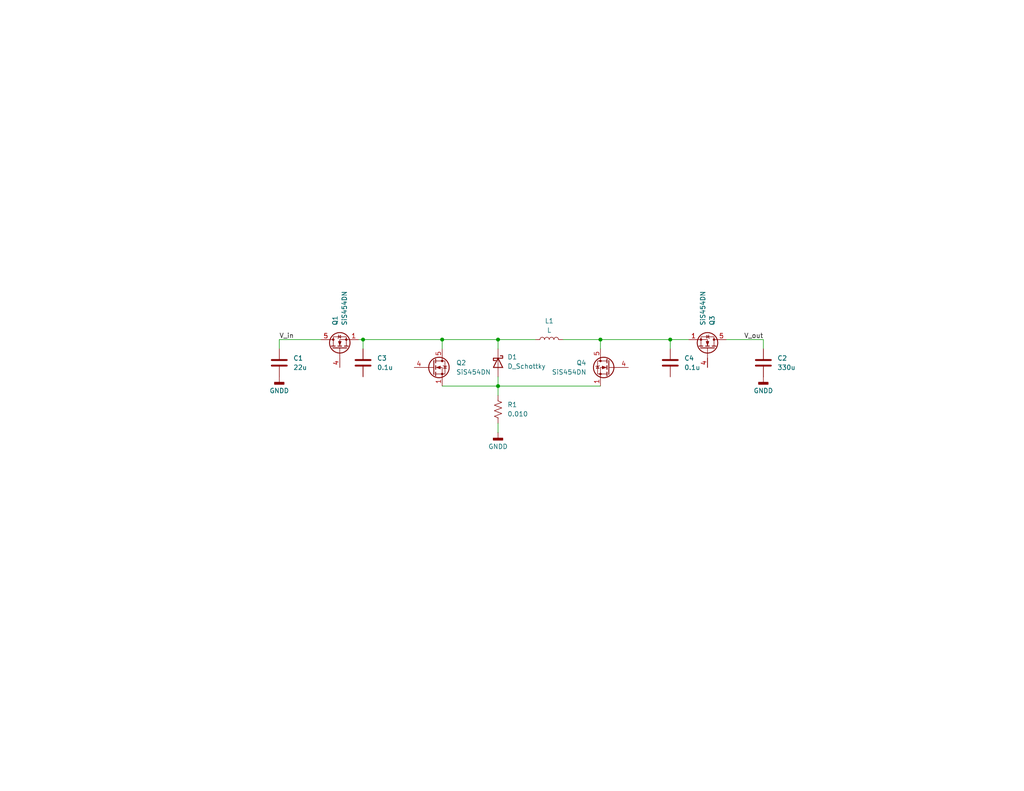
<source format=kicad_sch>
(kicad_sch (version 20250114) (generator "eeschema") (generator_version "9.0")
  (paper "USLetter")
  (lib_symbols
    (symbol "Device:C" (pin_numbers (hide yes)) (pin_names (offset 0.254))
      (property "Reference" "C" (at 0.635 2.54 0))
      (property "Value" "C" (at 0.635 -2.54 0))
      (symbol "C_0_1"
        (polyline (pts (xy -2.032 0.762) (xy 2.032 0.762)) (stroke (width 0.508)))
        (polyline (pts (xy -2.032 -0.762) (xy 2.032 -0.762)) (stroke (width 0.508)))
      )
      (symbol "C_1_1"
        (pin passive line (at 0 3.81 270) (length 2.794) (name "~") (number "1"))
        (pin passive line (at 0 -3.81 90) (length 2.794) (name "~") (number "2"))
      )
    )
    (symbol "Device:D_Schottky" (pin_numbers (hide yes)) (pin_names (offset 1.016) (hide yes))
      (property "Reference" "D" (at 0 2.54 0))
      (property "Value" "D_Schottky" (at 0 -2.54 0))
      (symbol "D_Schottky_0_1"
        (polyline (pts (xy -1.905 0.635) (xy -1.905 1.27) (xy -1.27 1.27) (xy -1.27 -1.27) (xy -0.635 -1.27) (xy -0.635 -0.635)) (stroke (width 0.254)))
        (polyline (pts (xy 1.27 1.27) (xy 1.27 -1.27) (xy -1.27 0) (xy 1.27 1.27)) (stroke (width 0.254)))
        (polyline (pts (xy 1.27 0) (xy -1.27 0)))
      )
      (symbol "D_Schottky_1_1"
        (pin passive line (at -3.81 0 0) (length 2.54) (name "K") (number "1"))
        (pin passive line (at 3.81 0 180) (length 2.54) (name "A") (number "2"))
      )
    )
    (symbol "Device:L" (pin_numbers (hide yes)) (pin_names (offset 1.016) (hide yes))
      (property "Reference" "L" (at -1.27 0 90))
      (property "Value" "L" (at 1.905 0 90))
      (symbol "L_0_1"
        (arc (start 0 2.54) (mid 0.6323 1.905) (end 0 1.27))
        (arc (start 0 1.27) (mid 0.6323 0.635) (end 0 0))
        (arc (start 0 0) (mid 0.6323 -0.635) (end 0 -1.27))
        (arc (start 0 -1.27) (mid 0.6323 -1.905) (end 0 -2.54))
      )
      (symbol "L_1_1"
        (pin passive line (at 0 3.81 270) (length 1.27) (name "1") (number "1"))
        (pin passive line (at 0 -3.81 90) (length 1.27) (name "2") (number "2"))
      )
    )
    (symbol "Device:R_US" (pin_numbers (hide yes)) (pin_names (offset 0))
      (property "Reference" "R" (at 2.54 0 90))
      (property "Value" "R_US" (at -2.54 0 90))
      (symbol "R_US_0_1"
        (polyline (pts (xy 0 2.286) (xy 0 2.54)))
        (polyline (pts (xy 0 2.286) (xy 1.016 1.905) (xy 0 1.524) (xy -1.016 1.143) (xy 0 0.762)))
        (polyline (pts (xy 0 0.762) (xy 1.016 0.381) (xy 0 0) (xy -1.016 -0.381) (xy 0 -0.762)))
        (polyline (pts (xy 0 -0.762) (xy 1.016 -1.143) (xy 0 -1.524) (xy -1.016 -1.905) (xy 0 -2.286)))
        (polyline (pts (xy 0 -2.286) (xy 0 -2.54)))
      )
      (symbol "R_US_1_1"
        (pin passive line (at 0 3.81 270) (length 1.27) (name "~") (number "1"))
        (pin passive line (at 0 -3.81 90) (length 1.27) (name "~") (number "2"))
      )
    )
    (symbol "Transistor_FET:SiS454DN" (pin_names (hide yes))
      (property "Reference" "Q" (at 5.08 1.905 0))
      (property "Value" "SiS454DN" (at 5.08 0 0))
      (symbol "SiS454DN_0_1"
        (polyline (pts (xy 0.254 1.905) (xy 0.254 -1.905)) (stroke (width 0.254)))
        (polyline (pts (xy 0.254 0) (xy -2.54 0)))
        (polyline (pts (xy 0.762 2.286) (xy 0.762 1.27)) (stroke (width 0.254)))
        (polyline (pts (xy 0.762 0.508) (xy 0.762 -0.508)) (stroke (width 0.254)))
        (polyline (pts (xy 0.762 -1.27) (xy 0.762 -2.286)) (stroke (width 0.254)))
        (polyline (pts (xy 0.762 -1.778) (xy 3.302 -1.778) (xy 3.302 1.778) (xy 0.762 1.778)))
        (polyline (pts (xy 1.016 0) (xy 2.032 0.381) (xy 2.032 -0.381) (xy 1.016 0)) (fill (type outline)))
        (circle (center 1.651 0) (radius 2.794) (stroke (width 0.254)))
        (polyline (pts (xy 2.54 2.54) (xy 2.54 1.778)))
        (circle (center 2.54 1.778) (radius 0.254) (fill (type outline)))
        (circle (center 2.54 -1.778) (radius 0.254) (fill (type outline)))
        (polyline (pts (xy 2.54 -2.54) (xy 2.54 0) (xy 0.762 0)))
        (polyline (pts (xy 2.794 0.508) (xy 2.921 0.381) (xy 3.683 0.381) (xy 3.81 0.254)))
        (polyline (pts (xy 3.302 0.381) (xy 2.921 -0.254) (xy 3.683 -0.254) (xy 3.302 0.381)))
      )
      (symbol "SiS454DN_1_1"
        (pin input line (at -5.08 0 0) (length 2.54) (name "G") (number "4"))
        (pin passive line (at 2.54 5.08 270) (length 2.54) (name "D") (number "5"))
        (pin passive line (at 2.54 -5.08 90) (length 2.54) (name "S") (number "1"))
        (pin passive line (at 2.54 -5.08 90) (length 2.54) (hide yes) (name "S") (number "2"))
        (pin passive line (at 2.54 -5.08 90) (length 2.54) (hide yes) (name "S") (number "3"))
      )
    )
    (symbol "power:GNDD" (power) (pin_numbers (hide yes)) (pin_names (offset 0) (hide yes))
      (property "Value" "GNDD" (at 0 -3.175 0))
      (symbol "GNDD_0_1"
        (rectangle (start -1.27 -1.524) (end 1.27 -2.032) (stroke (width 0.254)) (fill (type outline)))
        (polyline (pts (xy 0 0) (xy 0 -1.524)))
      )
      (symbol "GNDD_1_1"
        (pin power_in line (at 0 0 270) (length 0) (name "~") (number "1"))
      )
    )
  )
  (junction (at 135.89 92.71))
  (junction (at 120.65 92.71))
  (junction (at 182.88 92.71))
  (junction (at 163.83 92.71))
  (junction (at 99.06 92.71))
  (junction (at 135.89 105.41))
  (wire (pts (xy 182.88 92.71) (xy 187.96 92.71)))
  (wire (pts (xy 135.89 102.87) (xy 135.89 105.41)))
  (wire (pts (xy 153.67 92.71) (xy 163.83 92.71)))
  (wire (pts (xy 135.89 118.11) (xy 135.89 115.57)))
  (wire (pts (xy 99.06 92.71) (xy 120.65 92.71)))
  (wire (pts (xy 120.65 95.25) (xy 120.65 92.71)))
  (wire (pts (xy 120.65 105.41) (xy 135.89 105.41)))
  (wire (pts (xy 208.28 92.71) (xy 208.28 95.25)))
  (wire (pts (xy 76.2 95.25) (xy 76.2 92.71)))
  (wire (pts (xy 135.89 92.71) (xy 135.89 95.25)))
  (wire (pts (xy 97.79 92.71) (xy 99.06 92.71)))
  (wire (pts (xy 198.12 92.71) (xy 208.28 92.71)))
  (wire (pts (xy 120.65 92.71) (xy 135.89 92.71)))
  (wire (pts (xy 99.06 92.71) (xy 99.06 95.25)))
  (wire (pts (xy 135.89 105.41) (xy 135.89 107.95)))
  (wire (pts (xy 135.89 92.71) (xy 146.05 92.71)))
  (wire (pts (xy 135.89 105.41) (xy 163.83 105.41)))
  (wire (pts (xy 163.83 92.71) (xy 182.88 92.71)))
  (wire (pts (xy 182.88 92.71) (xy 182.88 95.25)))
  (wire (pts (xy 76.2 92.71) (xy 87.63 92.71)))
  (wire (pts (xy 163.83 95.25) (xy 163.83 92.71)))
  (label "V_out" (at 208.28 92.71 180))
  (label "V_in" (at 76.2 92.71 0))
  (symbol (lib_id "power:GNDD") (at 208.28 102.87 0) (unit 1)
    (property "Reference" "#PWR03" (effects (hide yes)))
    (property "Value" "GNDD" (at 208.28 106.68 0))
    (property "Description" "Power symbol creates a global label with name \"GNDD\" , digital ground" (effects (hide yes)))
  )
  (symbol (lib_id "Device:D_Schottky") (at 135.89 99.06 270) (unit 1)
    (property "Reference" "D1" (at 138.43 97.4724 90) (effects (justify left)))
    (property "Value" "D_Schottky" (at 138.43 100.0124 90) (effects (justify left)))
    (property "Description" "Schottky diode" (effects (hide yes)))
  )
  (symbol (lib_id "Transistor_FET:SiS454DN") (at 193.04 95.25 270) (mirror x) (unit 1)
    (property "Reference" "Q3" (at 194.3101 88.9 0) (effects (justify left)))
    (property "Value" "SiS454DN" (at 191.7701 88.9 0) (effects (justify left)))
    (property "Footprint" "Package_SO:Vishay_PowerPAK_1212-8_Single" (effects (hide yes)))
    (property "Datasheet" "https://www.vishay.com/docs/66707/sis454dn.pdf" (effects (hide yes)))
    (property "Description" "35A Id, 20V Vds, N-Channel MOSFET, PowerPAK 1212-8 Single" (effects (hide yes)))
  )
  (symbol (lib_id "Device:L") (at 149.86 92.71 90) (unit 1)
    (property "Reference" "L1" (at 149.86 87.63 90))
    (property "Value" "L" (at 149.86 90.17 90))
    (property "Description" "Inductor" (effects (hide yes)))
  )
  (symbol (lib_id "Device:C") (at 99.06 99.06 0) (unit 1)
    (property "Reference" "C3" (at 102.87 97.7899 0) (effects (justify left)))
    (property "Value" "0.1u" (at 102.87 100.3299 0) (effects (justify left)))
    (property "Description" "Unpolarized capacitor" (effects (hide yes)))
  )
  (symbol (lib_id "Device:C") (at 182.88 99.06 0) (unit 1)
    (property "Reference" "C4" (at 186.69 97.7899 0) (effects (justify left)))
    (property "Value" "0.1u" (at 186.69 100.3299 0) (effects (justify left)))
    (property "Description" "Unpolarized capacitor" (effects (hide yes)))
  )
  (symbol (lib_id "power:GNDD") (at 135.89 118.11 0) (unit 1)
    (property "Reference" "#PWR01" (effects (hide yes)))
    (property "Value" "GNDD" (at 135.89 121.92 0))
    (property "Description" "Power symbol creates a global label with name \"GNDD\" , digital ground" (effects (hide yes)))
  )
  (symbol (lib_id "power:GNDD") (at 76.2 102.87 0) (unit 1)
    (property "Reference" "#PWR02" (effects (hide yes)))
    (property "Value" "GNDD" (at 76.2 106.68 0))
    (property "Description" "Power symbol creates a global label with name \"GNDD\" , digital ground" (effects (hide yes)))
  )
  (symbol (lib_id "Device:R_US") (at 135.89 111.76 0) (unit 1)
    (property "Reference" "R1" (at 138.43 110.4899 0) (effects (justify left)))
    (property "Value" "0.010" (at 138.43 113.0299 0) (effects (justify left)))
    (property "Description" "Resistor, US symbol" (effects (hide yes)))
  )
  (symbol (lib_id "Transistor_FET:SiS454DN") (at 118.11 100.33 0) (unit 1)
    (property "Reference" "Q2" (at 124.46 99.0599 0) (effects (justify left)))
    (property "Value" "SiS454DN" (at 124.46 101.5999 0) (effects (justify left)))
    (property "Footprint" "Package_SO:Vishay_PowerPAK_1212-8_Single" (effects (hide yes)))
    (property "Datasheet" "https://www.vishay.com/docs/66707/sis454dn.pdf" (effects (hide yes)))
    (property "Description" "35A Id, 20V Vds, N-Channel MOSFET, PowerPAK 1212-8 Single" (effects (hide yes)))
  )
  (symbol (lib_id "Transistor_FET:SiS454DN") (at 92.71 95.25 90) (unit 1)
    (property "Reference" "Q1" (at 91.4399 88.9 0) (effects (justify left)))
    (property "Value" "SiS454DN" (at 93.9799 88.9 0) (effects (justify left)))
    (property "Footprint" "Package_SO:Vishay_PowerPAK_1212-8_Single" (effects (hide yes)))
    (property "Datasheet" "https://www.vishay.com/docs/66707/sis454dn.pdf" (effects (hide yes)))
    (property "Description" "35A Id, 20V Vds, N-Channel MOSFET, PowerPAK 1212-8 Single" (effects (hide yes)))
  )
  (symbol (lib_id "Device:C") (at 76.2 99.06 0) (unit 1)
    (property "Reference" "C1" (at 80.01 97.7899 0) (effects (justify left)))
    (property "Value" "22u" (at 80.01 100.3299 0) (effects (justify left)))
    (property "Description" "Unpolarized capacitor" (effects (hide yes)))
  )
  (symbol (lib_id "Device:C") (at 208.28 99.06 0) (unit 1)
    (property "Reference" "C2" (at 212.09 97.7899 0) (effects (justify left)))
    (property "Value" "330u" (at 212.09 100.3299 0) (effects (justify left)))
    (property "Description" "Unpolarized capacitor" (effects (hide yes)))
  )
  (symbol (lib_id "Transistor_FET:SiS454DN") (at 166.37 100.33 0) (mirror y) (unit 1)
    (property "Reference" "Q4" (at 160.02 99.0599 0) (effects (justify left)))
    (property "Value" "SiS454DN" (at 160.02 101.5999 0) (effects (justify left)))
    (property "Footprint" "Package_SO:Vishay_PowerPAK_1212-8_Single" (effects (hide yes)))
    (property "Datasheet" "https://www.vishay.com/docs/66707/sis454dn.pdf" (effects (hide yes)))
    (property "Description" "35A Id, 20V Vds, N-Channel MOSFET, PowerPAK 1212-8 Single" (effects (hide yes)))
  )
)
</source>
